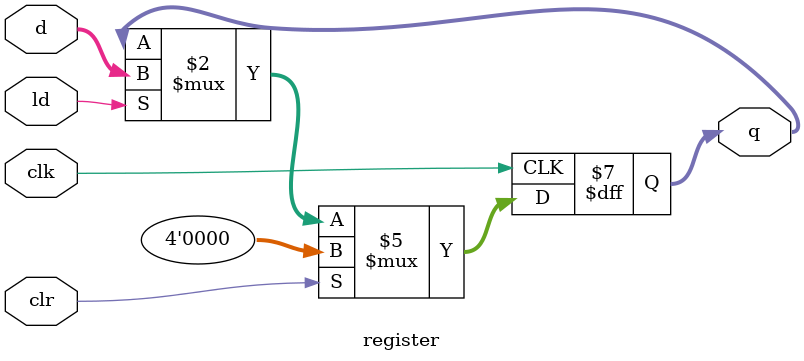
<source format=v>
`timescale 1ns/1ps

module register (
    input clk, clr, ld,
    input [3:0] d,
    output [3:0] q
);
    
    reg [3:0] q;

    always @(posedge clk)
        if (clr)
            q <= 0;
        else
            if (ld)
                q <= d;
endmodule
</source>
